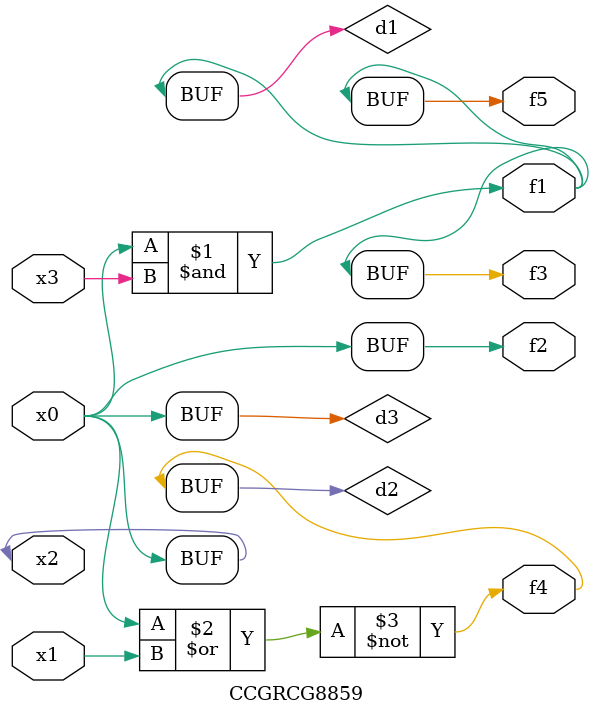
<source format=v>
module CCGRCG8859(
	input x0, x1, x2, x3,
	output f1, f2, f3, f4, f5
);

	wire d1, d2, d3;

	and (d1, x2, x3);
	nor (d2, x0, x1);
	buf (d3, x0, x2);
	assign f1 = d1;
	assign f2 = d3;
	assign f3 = d1;
	assign f4 = d2;
	assign f5 = d1;
endmodule

</source>
